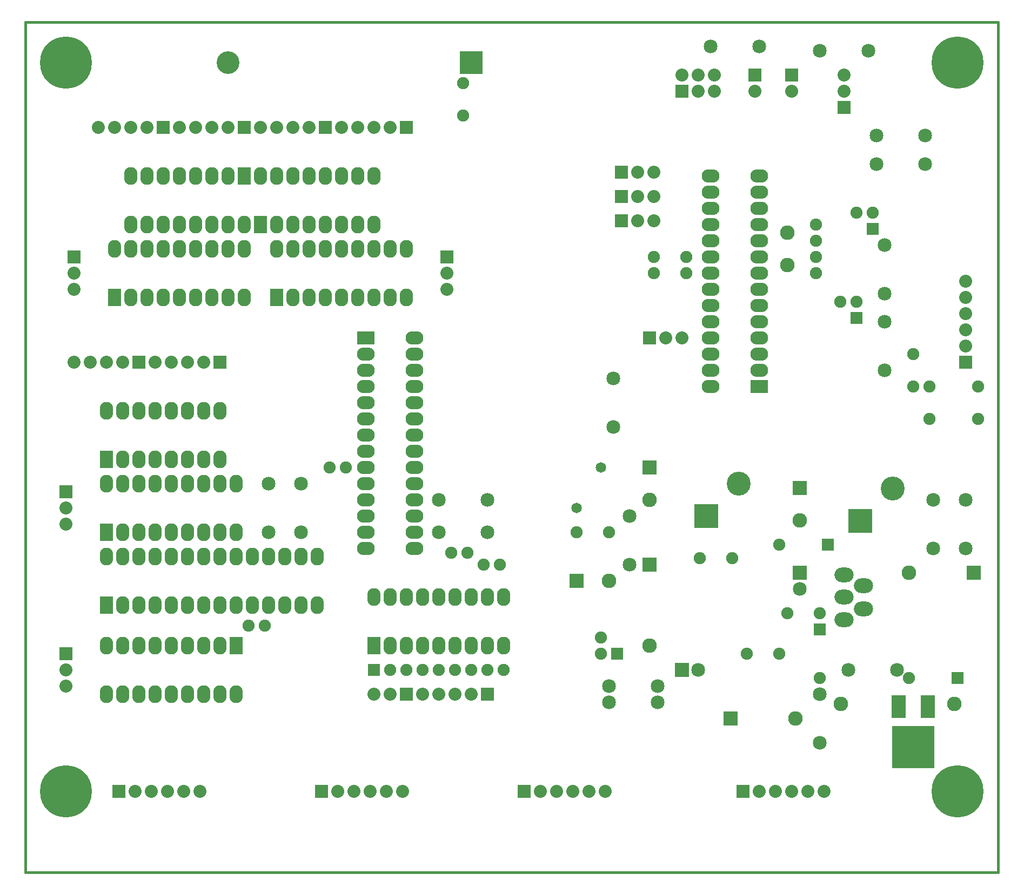
<source format=gbs>
G04 (created by PCBNEW-RS274X (2011-05-25)-stable) date Mon 06 Aug 2012 09:01:28 PM MDT*
G01*
G70*
G90*
%MOIN*%
G04 Gerber Fmt 3.4, Leading zero omitted, Abs format*
%FSLAX34Y34*%
G04 APERTURE LIST*
%ADD10C,0.006000*%
%ADD11C,0.015000*%
%ADD12R,0.140000X0.140000*%
%ADD13C,0.140000*%
%ADD14R,0.080000X0.080000*%
%ADD15C,0.080000*%
%ADD16O,0.110000X0.082000*%
%ADD17R,0.110000X0.082000*%
%ADD18O,0.082000X0.110000*%
%ADD19R,0.082000X0.110000*%
%ADD20C,0.090000*%
%ADD21R,0.090000X0.090000*%
%ADD22R,0.075000X0.075000*%
%ADD23C,0.075000*%
%ADD24R,0.085000X0.085000*%
%ADD25C,0.085000*%
%ADD26O,0.118400X0.090900*%
%ADD27C,0.320000*%
%ADD28R,0.085000X0.140000*%
%ADD29R,0.260000X0.260000*%
%ADD30R,0.147600X0.147600*%
%ADD31C,0.147600*%
%ADD32C,0.065000*%
G04 APERTURE END LIST*
G54D10*
G54D11*
X28250Y-64750D02*
X28250Y-62500D01*
X88250Y-64750D02*
X88250Y-62500D01*
X88250Y-61250D02*
X88250Y-62500D01*
X28250Y-62500D02*
X28250Y-60750D01*
X28250Y-12250D02*
X28250Y-62250D01*
X88250Y-12250D02*
X28250Y-12250D01*
X88250Y-62250D02*
X88250Y-12250D01*
X28250Y-64750D02*
X88250Y-64750D01*
G54D12*
X55750Y-14750D03*
G54D13*
X40750Y-14750D03*
G54D14*
X65000Y-23000D03*
G54D15*
X66000Y-23000D03*
X67000Y-23000D03*
G54D14*
X65000Y-24500D03*
G54D15*
X66000Y-24500D03*
X67000Y-24500D03*
G54D14*
X65000Y-21500D03*
G54D15*
X66000Y-21500D03*
X67000Y-21500D03*
G54D14*
X34000Y-59750D03*
G54D15*
X35000Y-59750D03*
X36000Y-59750D03*
X37000Y-59750D03*
X38000Y-59750D03*
X39000Y-59750D03*
G54D14*
X46500Y-59750D03*
G54D15*
X47500Y-59750D03*
X48500Y-59750D03*
X49500Y-59750D03*
X50500Y-59750D03*
X51500Y-59750D03*
G54D16*
X49250Y-32750D03*
X49250Y-33750D03*
X49250Y-34750D03*
X49250Y-35750D03*
X49250Y-36750D03*
X49250Y-37750D03*
X49250Y-38750D03*
X49250Y-39750D03*
X49250Y-40750D03*
X49250Y-41750D03*
X49250Y-42750D03*
X49250Y-43750D03*
X49250Y-44750D03*
G54D17*
X49250Y-31750D03*
G54D16*
X52250Y-44750D03*
X52250Y-43750D03*
X52250Y-42750D03*
X52250Y-41750D03*
X52250Y-40750D03*
X52250Y-39750D03*
X52250Y-38750D03*
X52250Y-37750D03*
X52250Y-36750D03*
X52250Y-35750D03*
X52250Y-34750D03*
X52250Y-33750D03*
X52250Y-32750D03*
X52250Y-31750D03*
G54D18*
X34250Y-48250D03*
X35250Y-48250D03*
X36250Y-48250D03*
X37250Y-48250D03*
X38250Y-48250D03*
X39250Y-48250D03*
X40250Y-48250D03*
X41250Y-48250D03*
X42250Y-48250D03*
X43250Y-48250D03*
X44250Y-48250D03*
X45250Y-48250D03*
X46250Y-48250D03*
G54D19*
X33250Y-48250D03*
G54D18*
X46250Y-45250D03*
X45250Y-45250D03*
X44250Y-45250D03*
X43250Y-45250D03*
X42250Y-45250D03*
X41250Y-45250D03*
X40250Y-45250D03*
X39250Y-45250D03*
X38250Y-45250D03*
X37250Y-45250D03*
X36250Y-45250D03*
X35250Y-45250D03*
X34250Y-45250D03*
X33250Y-45250D03*
G54D19*
X49750Y-50750D03*
G54D18*
X50750Y-50750D03*
X51750Y-50750D03*
X52750Y-50750D03*
X53750Y-50750D03*
X54750Y-50750D03*
X55750Y-50750D03*
X56750Y-50750D03*
X57750Y-50750D03*
X57750Y-47750D03*
X56750Y-47750D03*
X55750Y-47750D03*
X54750Y-47750D03*
X53750Y-47750D03*
X52750Y-47750D03*
X51750Y-47750D03*
X50750Y-47750D03*
X49750Y-47750D03*
G54D20*
X82750Y-46250D03*
G54D21*
X86750Y-46250D03*
G54D22*
X85750Y-52750D03*
G54D23*
X82750Y-52750D03*
X69000Y-26750D03*
X67000Y-26750D03*
X74750Y-51250D03*
X72750Y-51250D03*
X55250Y-18000D03*
X55250Y-16000D03*
X77000Y-26750D03*
X77000Y-27750D03*
X69850Y-45350D03*
X71850Y-45350D03*
X77000Y-25750D03*
X77000Y-24750D03*
G54D14*
X59000Y-59750D03*
G54D15*
X60000Y-59750D03*
X61000Y-59750D03*
X62000Y-59750D03*
X63000Y-59750D03*
X64000Y-59750D03*
G54D21*
X66750Y-39750D03*
G54D20*
X66750Y-41750D03*
G54D23*
X83000Y-34750D03*
X83000Y-32750D03*
G54D20*
X66750Y-50750D03*
G54D21*
X66750Y-45750D03*
G54D20*
X75750Y-55250D03*
G54D21*
X71750Y-55250D03*
G54D22*
X77250Y-49750D03*
G54D23*
X77250Y-52750D03*
G54D22*
X77750Y-44500D03*
G54D23*
X74750Y-44500D03*
G54D14*
X72500Y-59750D03*
G54D15*
X73500Y-59750D03*
X74500Y-59750D03*
X75500Y-59750D03*
X76500Y-59750D03*
X77500Y-59750D03*
G54D16*
X73500Y-33750D03*
X73500Y-32750D03*
X73500Y-31750D03*
X73500Y-30750D03*
X73500Y-29750D03*
X73500Y-28750D03*
X73500Y-27750D03*
X73500Y-26750D03*
X73500Y-25750D03*
X73500Y-24750D03*
X73500Y-23750D03*
X73500Y-22750D03*
X73500Y-21750D03*
G54D17*
X73500Y-34750D03*
G54D16*
X70500Y-21750D03*
X70500Y-22750D03*
X70500Y-23750D03*
X70500Y-24750D03*
X70500Y-25750D03*
X70500Y-26750D03*
X70500Y-27750D03*
X70500Y-28750D03*
X70500Y-29750D03*
X70500Y-30750D03*
X70500Y-31750D03*
X70500Y-32750D03*
X70500Y-33750D03*
X70500Y-34750D03*
G54D14*
X68750Y-16500D03*
G54D15*
X68750Y-15500D03*
X69750Y-16500D03*
X69750Y-15500D03*
X70750Y-16500D03*
X70750Y-15500D03*
G54D23*
X87000Y-34750D03*
X87000Y-36750D03*
X84000Y-34750D03*
X84000Y-36750D03*
G54D24*
X68750Y-52250D03*
G54D25*
X69750Y-52250D03*
G54D21*
X62250Y-46750D03*
G54D20*
X64250Y-46750D03*
G54D23*
X64250Y-43750D03*
X62250Y-43750D03*
G54D21*
X76000Y-41000D03*
G54D20*
X76000Y-43000D03*
G54D24*
X76000Y-46250D03*
G54D25*
X76000Y-47250D03*
G54D23*
X75250Y-48750D03*
X77250Y-48750D03*
X67000Y-27750D03*
X69000Y-27750D03*
G54D25*
X67250Y-54250D03*
X64250Y-54250D03*
X64250Y-53250D03*
X67250Y-53250D03*
X86250Y-41750D03*
X86250Y-44750D03*
X84250Y-44750D03*
X84250Y-41750D03*
X45250Y-43750D03*
X45250Y-40750D03*
X70500Y-13750D03*
X73500Y-13750D03*
G54D22*
X64750Y-51250D03*
G54D23*
X63750Y-51250D03*
X63750Y-50250D03*
G54D20*
X75250Y-25250D03*
X75250Y-27250D03*
G54D19*
X43750Y-29250D03*
G54D18*
X44750Y-29250D03*
X45750Y-29250D03*
X46750Y-29250D03*
X47750Y-29250D03*
X48750Y-29250D03*
X49750Y-29250D03*
X50750Y-29250D03*
X51750Y-29250D03*
X51750Y-26250D03*
X50750Y-26250D03*
X49750Y-26250D03*
X48750Y-26250D03*
X47750Y-26250D03*
X46750Y-26250D03*
X45750Y-26250D03*
X44750Y-26250D03*
X43750Y-26250D03*
G54D19*
X33750Y-29250D03*
G54D18*
X34750Y-29250D03*
X35750Y-29250D03*
X36750Y-29250D03*
X37750Y-29250D03*
X38750Y-29250D03*
X39750Y-29250D03*
X40750Y-29250D03*
X41750Y-29250D03*
X41750Y-26250D03*
X40750Y-26250D03*
X39750Y-26250D03*
X38750Y-26250D03*
X37750Y-26250D03*
X36750Y-26250D03*
X35750Y-26250D03*
X34750Y-26250D03*
X33750Y-26250D03*
G54D19*
X33250Y-43750D03*
G54D18*
X34250Y-43750D03*
X35250Y-43750D03*
X36250Y-43750D03*
X37250Y-43750D03*
X38250Y-43750D03*
X39250Y-43750D03*
X40250Y-43750D03*
X41250Y-43750D03*
X41250Y-40750D03*
X40250Y-40750D03*
X39250Y-40750D03*
X38250Y-40750D03*
X37250Y-40750D03*
X36250Y-40750D03*
X35250Y-40750D03*
X34250Y-40750D03*
X33250Y-40750D03*
G54D19*
X41250Y-50750D03*
G54D18*
X40250Y-50750D03*
X39250Y-50750D03*
X38250Y-50750D03*
X37250Y-50750D03*
X36250Y-50750D03*
X35250Y-50750D03*
X34250Y-50750D03*
X33250Y-50750D03*
X33250Y-53750D03*
X34250Y-53750D03*
X35250Y-53750D03*
X36250Y-53750D03*
X37250Y-53750D03*
X38250Y-53750D03*
X39250Y-53750D03*
X40250Y-53750D03*
X41250Y-53750D03*
G54D25*
X83750Y-21000D03*
X80750Y-21000D03*
X83750Y-19250D03*
X80750Y-19250D03*
X53750Y-43750D03*
X56750Y-43750D03*
G54D19*
X41750Y-21750D03*
G54D18*
X40750Y-21750D03*
X39750Y-21750D03*
X38750Y-21750D03*
X37750Y-21750D03*
X36750Y-21750D03*
X35750Y-21750D03*
X34750Y-21750D03*
X34750Y-24750D03*
X35750Y-24750D03*
X36750Y-24750D03*
X37750Y-24750D03*
X38750Y-24750D03*
X39750Y-24750D03*
X40750Y-24750D03*
X41750Y-24750D03*
G54D19*
X42750Y-24750D03*
G54D18*
X43750Y-24750D03*
X44750Y-24750D03*
X45750Y-24750D03*
X46750Y-24750D03*
X47750Y-24750D03*
X48750Y-24750D03*
X49750Y-24750D03*
X49750Y-21750D03*
X48750Y-21750D03*
X47750Y-21750D03*
X46750Y-21750D03*
X45750Y-21750D03*
X44750Y-21750D03*
X43750Y-21750D03*
X42750Y-21750D03*
G54D14*
X86250Y-33250D03*
G54D15*
X86250Y-32250D03*
X86250Y-31250D03*
X86250Y-30250D03*
X86250Y-29250D03*
X86250Y-28250D03*
G54D26*
X78754Y-47750D03*
X78754Y-46372D03*
X78754Y-49128D03*
X79935Y-48459D03*
X79935Y-47041D03*
G54D27*
X30750Y-14750D03*
X85750Y-14750D03*
X30750Y-59750D03*
X85750Y-59750D03*
G54D22*
X49750Y-52250D03*
G54D23*
X50750Y-52250D03*
X51750Y-52250D03*
X52750Y-52250D03*
X53750Y-52250D03*
X54750Y-52250D03*
X55750Y-52250D03*
X56750Y-52250D03*
X57750Y-52250D03*
G54D25*
X81250Y-29000D03*
X81250Y-26000D03*
X81250Y-30750D03*
X81250Y-33750D03*
X53750Y-41750D03*
X56750Y-41750D03*
X43250Y-43750D03*
X43250Y-40750D03*
G54D14*
X51750Y-53750D03*
G54D15*
X50750Y-53750D03*
X49750Y-53750D03*
G54D14*
X54250Y-26750D03*
G54D15*
X54250Y-27750D03*
X54250Y-28750D03*
G54D14*
X31250Y-26750D03*
G54D15*
X31250Y-27750D03*
X31250Y-28750D03*
G54D14*
X30750Y-41250D03*
G54D15*
X30750Y-42250D03*
X30750Y-43250D03*
G54D14*
X30750Y-51250D03*
G54D15*
X30750Y-52250D03*
X30750Y-53250D03*
G54D19*
X33250Y-39250D03*
G54D18*
X34250Y-39250D03*
X35250Y-39250D03*
X36250Y-39250D03*
X37250Y-39250D03*
X38250Y-39250D03*
X39250Y-39250D03*
X40250Y-39250D03*
X40250Y-36250D03*
X39250Y-36250D03*
X38250Y-36250D03*
X37250Y-36250D03*
X36250Y-36250D03*
X35250Y-36250D03*
X34250Y-36250D03*
X33250Y-36250D03*
G54D14*
X41750Y-18750D03*
G54D15*
X40750Y-18750D03*
X39750Y-18750D03*
X38750Y-18750D03*
X37750Y-18750D03*
G54D14*
X51750Y-18750D03*
G54D15*
X50750Y-18750D03*
X49750Y-18750D03*
X48750Y-18750D03*
X47750Y-18750D03*
G54D14*
X56750Y-53750D03*
G54D15*
X55750Y-53750D03*
X54750Y-53750D03*
X53750Y-53750D03*
X52750Y-53750D03*
G54D14*
X40250Y-33250D03*
G54D15*
X39250Y-33250D03*
X38250Y-33250D03*
X37250Y-33250D03*
X36250Y-33250D03*
G54D22*
X79500Y-30500D03*
G54D23*
X79500Y-29500D03*
X78500Y-29500D03*
G54D22*
X80500Y-25000D03*
G54D23*
X80500Y-24000D03*
X79500Y-24000D03*
G54D14*
X75500Y-15500D03*
G54D15*
X75500Y-16500D03*
G54D14*
X73250Y-15500D03*
G54D15*
X73250Y-16500D03*
G54D14*
X36750Y-18750D03*
G54D15*
X35750Y-18750D03*
X34750Y-18750D03*
X33750Y-18750D03*
X32750Y-18750D03*
G54D14*
X46750Y-18750D03*
G54D15*
X45750Y-18750D03*
X44750Y-18750D03*
X43750Y-18750D03*
X42750Y-18750D03*
G54D14*
X35250Y-33250D03*
G54D15*
X34250Y-33250D03*
X33250Y-33250D03*
X32250Y-33250D03*
X31250Y-33250D03*
G54D25*
X77250Y-14000D03*
X80250Y-14000D03*
G54D14*
X66750Y-31750D03*
G54D15*
X67750Y-31750D03*
X68750Y-31750D03*
G54D14*
X78750Y-17500D03*
G54D15*
X78750Y-16500D03*
X78750Y-15500D03*
G54D28*
X82100Y-54500D03*
G54D29*
X83000Y-57000D03*
G54D28*
X83900Y-54500D03*
G54D20*
X78550Y-54350D03*
X85550Y-54350D03*
G54D30*
X70250Y-42750D03*
G54D31*
X72250Y-40750D03*
G54D30*
X79750Y-43050D03*
G54D31*
X81750Y-41050D03*
G54D23*
X42000Y-49500D03*
X43000Y-49500D03*
X48000Y-39750D03*
X47000Y-39750D03*
X54500Y-45000D03*
X55500Y-45000D03*
X56500Y-45750D03*
X57500Y-45750D03*
G54D25*
X79000Y-52250D03*
X82000Y-52250D03*
G54D32*
X63750Y-39750D03*
X62250Y-42250D03*
G54D25*
X65500Y-45750D03*
X65500Y-42750D03*
X64500Y-34250D03*
X64500Y-37250D03*
X77250Y-53750D03*
X77250Y-56750D03*
M02*

</source>
